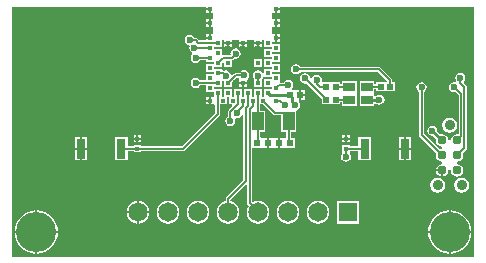
<source format=gtl>
G04*
G04 #@! TF.GenerationSoftware,Altium Limited,Altium Designer,21.6.4 (81)*
G04*
G04 Layer_Physical_Order=1*
G04 Layer_Color=255*
%FSLAX44Y44*%
%MOMM*%
G71*
G04*
G04 #@! TF.SameCoordinates,6379334F-7AA2-413A-8348-2233F6679C20*
G04*
G04*
G04 #@! TF.FilePolarity,Positive*
G04*
G01*
G75*
%ADD10C,0.2540*%
%ADD11C,0.1270*%
%ADD15R,0.6200X0.6200*%
%ADD16R,0.3500X0.3600*%
%ADD17R,0.5200X0.5500*%
%ADD18R,0.8000X1.7000*%
%ADD19R,0.4000X0.4000*%
%ADD20R,1.0000X1.5500*%
%ADD21R,1.0000X0.8000*%
%ADD34C,0.7900*%
%ADD35C,0.1520*%
%ADD36C,0.1524*%
%ADD37C,0.9000*%
%ADD38C,3.4000*%
%ADD39C,1.6500*%
%ADD40R,1.6500X1.6500*%
%ADD41C,0.6000*%
G36*
X395922Y4078D02*
X4078Y4078D01*
X4078Y215922D01*
X168980Y215922D01*
Y214762D01*
X172250D01*
Y214000D01*
X173012D01*
Y210730D01*
X174250D01*
Y205020D01*
X173012D01*
Y201750D01*
Y198480D01*
X174250D01*
Y192770D01*
X173012D01*
Y189500D01*
X172250D01*
Y188738D01*
X168980D01*
Y187320D01*
X163107D01*
X161464Y188964D01*
X160792Y189412D01*
X160000Y189570D01*
X158752D01*
X158078Y190578D01*
X156666Y191522D01*
X155000Y191854D01*
X153334Y191522D01*
X151922Y190578D01*
X150978Y189166D01*
X150646Y187500D01*
X150978Y185834D01*
X151922Y184422D01*
X153334Y183478D01*
X153695Y183406D01*
X154728Y182666D01*
X154601Y182029D01*
X154396Y181000D01*
X154728Y179334D01*
X155672Y177922D01*
X156907Y177096D01*
X157081Y176281D01*
X157079Y175684D01*
X156922Y175578D01*
X155978Y174166D01*
X155646Y172500D01*
X155978Y170834D01*
X156922Y169422D01*
X158334Y168478D01*
X160000Y168146D01*
X161666Y168478D01*
X163078Y169422D01*
X163752Y170430D01*
X168980D01*
Y169230D01*
X175480D01*
Y167270D01*
X168980D01*
Y160730D01*
X175480D01*
Y158770D01*
X168980D01*
Y153320D01*
X163752D01*
X163078Y154328D01*
X161666Y155272D01*
X160000Y155604D01*
X158334Y155272D01*
X156922Y154328D01*
X155978Y152916D01*
X155646Y151250D01*
X155978Y149584D01*
X156922Y148172D01*
X158334Y147228D01*
X160000Y146896D01*
X161666Y147228D01*
X163078Y148172D01*
X163752Y149180D01*
X168980D01*
Y143730D01*
X175480D01*
Y140733D01*
X175480Y139520D01*
X174266Y139520D01*
X173012D01*
Y136250D01*
Y132980D01*
X175520D01*
Y132980D01*
X176680Y132715D01*
Y126107D01*
X148193Y97620D01*
X113520D01*
Y98620D01*
X107480D01*
Y97620D01*
X102270D01*
Y105270D01*
X91730D01*
Y85730D01*
X102270D01*
Y93480D01*
X107480D01*
Y92480D01*
X113520D01*
Y93480D01*
X149050D01*
X149842Y93638D01*
X150513Y94087D01*
X180214Y123786D01*
X180662Y124458D01*
X180820Y125250D01*
Y132980D01*
X186270D01*
Y139480D01*
X188230D01*
Y132980D01*
X190639D01*
X191125Y131807D01*
X187786Y128469D01*
X187338Y127797D01*
X187180Y127005D01*
Y122753D01*
X186171Y122079D01*
X185228Y120666D01*
X184896Y119000D01*
X185228Y117334D01*
X186171Y115921D01*
X187584Y114978D01*
X189250Y114646D01*
X190916Y114978D01*
X192328Y115921D01*
X193272Y117334D01*
X193604Y119000D01*
X193370Y120176D01*
X194172Y121177D01*
X194347Y121276D01*
X195000Y121146D01*
X196666Y121478D01*
X198078Y122422D01*
X199022Y123834D01*
X199160Y124527D01*
X200430Y124402D01*
Y69357D01*
X185837Y54764D01*
X185388Y54092D01*
X185230Y53300D01*
Y51030D01*
X184815Y50975D01*
X182499Y50016D01*
X180510Y48490D01*
X178984Y46501D01*
X178025Y44185D01*
X177698Y41700D01*
X178025Y39215D01*
X178984Y36899D01*
X180510Y34910D01*
X182499Y33384D01*
X184815Y32425D01*
X187300Y32098D01*
X189785Y32425D01*
X192101Y33384D01*
X194090Y34910D01*
X195616Y36899D01*
X196575Y39215D01*
X196902Y41700D01*
X196575Y44185D01*
X195616Y46501D01*
X194090Y48490D01*
X192101Y50016D01*
X189785Y50975D01*
X189370Y51030D01*
Y52443D01*
X202297Y65370D01*
X203470Y64884D01*
Y49432D01*
X203628Y48639D01*
X204076Y47968D01*
X204888Y47157D01*
X204384Y46501D01*
X203425Y44185D01*
X203098Y41700D01*
X203425Y39215D01*
X204384Y36899D01*
X205910Y34910D01*
X207899Y33384D01*
X210215Y32425D01*
X212700Y32098D01*
X215185Y32425D01*
X217501Y33384D01*
X219490Y34910D01*
X221016Y36899D01*
X221975Y39215D01*
X222302Y41700D01*
X221975Y44185D01*
X221016Y46501D01*
X219490Y48490D01*
X217501Y50016D01*
X215185Y50975D01*
X212700Y51302D01*
X210215Y50975D01*
X208880Y50422D01*
X207610Y51271D01*
Y94618D01*
X207630Y95880D01*
X215360D01*
X216370Y95880D01*
X217640Y95880D01*
X220238D01*
Y100250D01*
Y104620D01*
X217640D01*
X216630Y104620D01*
X215718Y104620D01*
X214820Y105518D01*
Y109730D01*
X219020D01*
Y127770D01*
X214820D01*
Y132980D01*
X217340D01*
X226047Y124273D01*
X226047Y124273D01*
X226719Y123824D01*
X227512Y123666D01*
X232480D01*
Y109730D01*
X236678D01*
Y105518D01*
X235780Y104620D01*
X234110Y104620D01*
X231512D01*
Y100250D01*
Y95880D01*
X234110D01*
X235120Y95880D01*
X236390Y95880D01*
X244120D01*
Y104620D01*
X240822D01*
Y109730D01*
X245020D01*
Y127187D01*
X245020Y127770D01*
X245979Y128520D01*
X247328Y129422D01*
X248272Y130834D01*
X248604Y132500D01*
X248272Y134166D01*
X247474Y135360D01*
X247723Y136163D01*
X247738Y136186D01*
Y141000D01*
Y145370D01*
X244130D01*
X244130Y145370D01*
X243870D01*
Y145370D01*
X242037Y145370D01*
X241723Y145837D01*
X241474Y146640D01*
X242272Y147834D01*
X242604Y149500D01*
X242272Y151166D01*
X241329Y152578D01*
X239916Y153522D01*
X238250Y153854D01*
X236584Y153522D01*
X235172Y152578D01*
X234498Y151570D01*
X232017D01*
X231020Y152230D01*
X231020Y152529D01*
Y158770D01*
X224520D01*
Y160730D01*
X231020D01*
Y167270D01*
X224520D01*
Y169230D01*
X231020D01*
Y175770D01*
X224520D01*
Y177730D01*
X231020D01*
Y184270D01*
X224520D01*
Y186230D01*
X226988D01*
Y189500D01*
Y192770D01*
X224480D01*
X224250Y193945D01*
Y197305D01*
X224480Y198480D01*
X225520Y198480D01*
X226988D01*
Y201750D01*
Y205020D01*
X224480Y205020D01*
X224250Y206195D01*
Y209555D01*
X224480Y210730D01*
X226988D01*
Y214000D01*
X227750D01*
Y214762D01*
X231020D01*
Y215922D01*
X395922Y215922D01*
X395922Y4078D01*
D02*
G37*
G36*
X217980Y181980D02*
X224480D01*
Y180020D01*
X217980D01*
Y173480D01*
X224480D01*
Y171520D01*
X217980D01*
Y164980D01*
X224480D01*
Y163020D01*
X217980D01*
Y160022D01*
X216802Y159248D01*
X216710Y159259D01*
X215828Y160578D01*
X214416Y161522D01*
X212750Y161854D01*
X211084Y161522D01*
X209671Y160578D01*
X208728Y159166D01*
X208396Y157500D01*
X208728Y155834D01*
X208915Y155554D01*
X209480Y154520D01*
X209480D01*
X209480Y154520D01*
Y147980D01*
X216020D01*
Y154520D01*
X216020Y154520D01*
X216020D01*
X216583Y155551D01*
X216772Y155834D01*
X216839Y156169D01*
X217980Y156480D01*
X218196Y156480D01*
X224480D01*
Y154520D01*
X217980D01*
Y147980D01*
X224480D01*
Y146020D01*
X217980D01*
Y139520D01*
X216020D01*
Y146020D01*
X209480D01*
Y139520D01*
X207520D01*
Y146020D01*
X200980D01*
Y139520D01*
X199020D01*
Y146020D01*
X192480D01*
Y139520D01*
X190520D01*
Y146020D01*
X183980D01*
Y139520D01*
X182020D01*
Y146020D01*
X175520D01*
Y147980D01*
X182020D01*
Y152555D01*
X183252Y153246D01*
X183980Y152824D01*
Y147980D01*
X190520D01*
Y151488D01*
X190731Y151804D01*
X194607Y155680D01*
X196465D01*
X196730Y154520D01*
X196730Y154520D01*
X196730Y154520D01*
Y152012D01*
X200000D01*
X203270D01*
Y154131D01*
X204079Y154671D01*
X205022Y156084D01*
X205354Y157750D01*
X205022Y159416D01*
X204079Y160828D01*
X202666Y161772D01*
X201000Y162104D01*
X199334Y161772D01*
X197922Y160828D01*
X197248Y159820D01*
X193750D01*
X192958Y159662D01*
X192286Y159213D01*
X191021Y157948D01*
X189643Y158366D01*
X189480Y159186D01*
X188536Y160598D01*
X187124Y161542D01*
X185457Y161874D01*
X184105Y161605D01*
X184020Y161662D01*
X183227Y161820D01*
X182020D01*
Y163020D01*
X175520D01*
Y164980D01*
X182020D01*
Y168314D01*
X182771Y168904D01*
X183980Y168369D01*
Y164980D01*
X190520D01*
Y170430D01*
X190620D01*
X191412Y170588D01*
X192083Y171036D01*
X192986Y171940D01*
X193707Y171796D01*
X195373Y172128D01*
X196785Y173072D01*
X197729Y174484D01*
X198060Y176150D01*
X197729Y177816D01*
X196785Y179228D01*
X195373Y180172D01*
X193707Y180504D01*
X192041Y180172D01*
X190628Y179228D01*
X189685Y177816D01*
X189353Y176150D01*
X189472Y175551D01*
X188667Y174570D01*
X183000D01*
X182020Y175670D01*
Y180020D01*
X175520D01*
Y181980D01*
X182020D01*
Y187250D01*
X183980D01*
Y186012D01*
X187250D01*
X190520D01*
Y187250D01*
X196730D01*
Y186012D01*
X200000D01*
X203270D01*
Y187250D01*
X209480D01*
Y186012D01*
X212750D01*
X216020D01*
Y187250D01*
X217980D01*
Y181980D01*
D02*
G37*
%LPC*%
G36*
X231020Y213238D02*
X228512D01*
Y210730D01*
X231020D01*
Y213238D01*
D02*
G37*
G36*
X171488D02*
X168980D01*
Y210730D01*
X171488D01*
Y213238D01*
D02*
G37*
G36*
X228512Y205020D02*
Y202512D01*
X231020D01*
Y205020D01*
X228512D01*
D02*
G37*
G36*
X171488D02*
X168980D01*
Y202512D01*
X171488D01*
Y205020D01*
D02*
G37*
G36*
X231020Y200988D02*
X228512D01*
Y198480D01*
X231020D01*
Y200988D01*
D02*
G37*
G36*
X171488D02*
X168980D01*
Y198480D01*
X171488D01*
Y200988D01*
D02*
G37*
G36*
X228512Y192770D02*
Y190262D01*
X231020D01*
Y192770D01*
X228512D01*
D02*
G37*
G36*
X171488D02*
X168980D01*
Y190262D01*
X171488D01*
Y192770D01*
D02*
G37*
G36*
X231020Y188738D02*
X228512D01*
Y186230D01*
X231020D01*
Y188738D01*
D02*
G37*
G36*
X245000Y167104D02*
X243334Y166772D01*
X241922Y165828D01*
X240978Y164416D01*
X240646Y162750D01*
X240978Y161084D01*
X241922Y159671D01*
X243334Y158728D01*
X245000Y158396D01*
X246666Y158728D01*
X248078Y159671D01*
X248752Y160680D01*
X314393D01*
X321783Y153290D01*
X321257Y152020D01*
X320630D01*
X319360Y152020D01*
X312630D01*
Y150070D01*
X311270D01*
Y153270D01*
X298730D01*
Y143540D01*
X298730Y142730D01*
X298730Y141460D01*
Y131730D01*
X311270D01*
Y133359D01*
X311980Y133706D01*
X312540Y133842D01*
X313834Y132978D01*
X315500Y132646D01*
X317166Y132978D01*
X318578Y133921D01*
X319522Y135334D01*
X319854Y137000D01*
X319522Y138666D01*
X318578Y140078D01*
X317166Y141022D01*
X315500Y141354D01*
X313834Y141022D01*
X312540Y140158D01*
X311980Y140294D01*
X311270Y140641D01*
X311270Y142270D01*
X311270Y143540D01*
Y145930D01*
X312630D01*
Y143980D01*
X319360D01*
X320370Y143980D01*
X321640Y143980D01*
X328370D01*
Y152020D01*
X326570D01*
Y153500D01*
X326412Y154292D01*
X325964Y154964D01*
X316714Y164214D01*
X316042Y164662D01*
X315250Y164820D01*
X248752D01*
X248078Y165828D01*
X246666Y166772D01*
X245000Y167104D01*
D02*
G37*
G36*
X384019Y159861D02*
X382353Y159530D01*
X380940Y158586D01*
X379996Y157174D01*
X379665Y155508D01*
X379996Y153841D01*
X380754Y152707D01*
X380088Y151588D01*
X378750Y151854D01*
X377084Y151522D01*
X375672Y150578D01*
X374728Y149166D01*
X374396Y147500D01*
X374728Y145834D01*
X375672Y144422D01*
X377084Y143478D01*
X378750Y143146D01*
X380148Y143425D01*
X382680Y140893D01*
Y108689D01*
X381698Y107883D01*
X381250Y107972D01*
X379213Y107567D01*
X377487Y106413D01*
X376333Y104687D01*
X375948Y102750D01*
X373852D01*
X373467Y104687D01*
X372313Y106413D01*
X370587Y107567D01*
X368550Y107972D01*
X366999Y107664D01*
X364489Y110174D01*
X364604Y110750D01*
X364272Y112416D01*
X363329Y113828D01*
X361916Y114772D01*
X360250Y115104D01*
X358584Y114772D01*
X357172Y113828D01*
X356228Y112416D01*
X355896Y110750D01*
X356228Y109084D01*
X357172Y107671D01*
X358584Y106728D01*
X360250Y106396D01*
X360826Y106511D01*
X363470Y103868D01*
X363228Y102650D01*
X363633Y100613D01*
X364787Y98887D01*
X366513Y97733D01*
X368550Y97328D01*
Y95272D01*
X366552Y94875D01*
X353320Y108107D01*
Y143748D01*
X354328Y144422D01*
X355272Y145834D01*
X355604Y147500D01*
X355272Y149166D01*
X354328Y150578D01*
X352916Y151522D01*
X351250Y151854D01*
X349584Y151522D01*
X348172Y150578D01*
X347228Y149166D01*
X346896Y147500D01*
X347228Y145834D01*
X348172Y144422D01*
X349180Y143748D01*
Y107250D01*
X349338Y106458D01*
X349786Y105787D01*
X363625Y91948D01*
X363228Y89950D01*
X363633Y87913D01*
X364787Y86187D01*
X366513Y85033D01*
X368550Y84628D01*
Y82572D01*
X366513Y82167D01*
X364787Y81013D01*
X363633Y79287D01*
X363379Y78012D01*
X368550D01*
Y77250D01*
X369312D01*
Y72079D01*
X370587Y72333D01*
X372313Y73487D01*
X373467Y75213D01*
X373872Y77250D01*
X375928D01*
X376333Y75213D01*
X377487Y73487D01*
X379213Y72333D01*
X381250Y71928D01*
X383287Y72333D01*
X385013Y73487D01*
X386167Y75213D01*
X386572Y77250D01*
X386167Y79287D01*
X385013Y81013D01*
X383287Y82167D01*
X381250Y82572D01*
Y84628D01*
X383287Y85033D01*
X385013Y86187D01*
X386167Y87913D01*
X386572Y89950D01*
X386175Y91948D01*
X389004Y94776D01*
X389452Y95448D01*
X389610Y96240D01*
Y147498D01*
X389452Y148290D01*
X389004Y148961D01*
X386869Y151096D01*
X386993Y152360D01*
X387097Y152429D01*
X388041Y153841D01*
X388372Y155508D01*
X388041Y157174D01*
X387097Y158586D01*
X385685Y159530D01*
X384019Y159861D01*
D02*
G37*
G36*
X252870Y145370D02*
X249262D01*
Y141762D01*
X252870D01*
Y145370D01*
D02*
G37*
G36*
X171488Y139520D02*
X168980D01*
Y137012D01*
X171488D01*
Y139520D01*
D02*
G37*
G36*
X252870Y140238D02*
X249262D01*
Y136630D01*
X252870D01*
Y140238D01*
D02*
G37*
G36*
X171488Y135488D02*
X168980D01*
Y132980D01*
X171488D01*
Y135488D01*
D02*
G37*
G36*
X252500Y159354D02*
X250834Y159022D01*
X249422Y158078D01*
X248478Y156666D01*
X248146Y155000D01*
X248478Y153334D01*
X249422Y151922D01*
X250834Y150978D01*
X252500Y150646D01*
X253690Y150883D01*
X266630Y137943D01*
Y132980D01*
X273360D01*
X274370Y132980D01*
X275640Y132980D01*
X282370D01*
Y134930D01*
X283730D01*
Y131730D01*
X296270D01*
Y141460D01*
X296270Y142270D01*
X296270Y143540D01*
Y153270D01*
X283730D01*
Y150070D01*
X282370D01*
Y152020D01*
X275640D01*
X274630Y152020D01*
X273360Y152020D01*
X267804D01*
X266762Y153290D01*
X266854Y153750D01*
X266522Y155416D01*
X265578Y156828D01*
X264166Y157772D01*
X262500Y158104D01*
X260834Y157772D01*
X259422Y156828D01*
X258478Y155416D01*
X258414Y155094D01*
X257009Y154542D01*
X256905Y154617D01*
X256813Y154797D01*
X256854Y155000D01*
X256522Y156666D01*
X255578Y158078D01*
X254166Y159022D01*
X252500Y159354D01*
D02*
G37*
G36*
X374900Y121717D02*
X372463Y121233D01*
X370398Y119852D01*
X369017Y117787D01*
X368533Y115350D01*
X369017Y112913D01*
X370398Y110848D01*
X372463Y109467D01*
X374900Y108983D01*
X377337Y109467D01*
X379402Y110848D01*
X380783Y112913D01*
X381267Y115350D01*
X380783Y117787D01*
X379402Y119852D01*
X377337Y121233D01*
X374900Y121717D01*
D02*
G37*
G36*
X113520Y107020D02*
X111262D01*
Y104712D01*
X113520D01*
Y107020D01*
D02*
G37*
G36*
X109738D02*
X107480D01*
Y104712D01*
X109738D01*
Y107020D01*
D02*
G37*
G36*
X290270Y106970D02*
X288012D01*
Y104662D01*
X290270D01*
Y106970D01*
D02*
G37*
G36*
X286488D02*
X284230D01*
Y104662D01*
X286488D01*
Y106970D01*
D02*
G37*
G36*
X226380Y104620D02*
X225370D01*
X225110Y104620D01*
X221762D01*
Y100250D01*
Y95880D01*
X225110D01*
X225370Y95880D01*
X226380D01*
X226640Y95880D01*
X229988D01*
Y100250D01*
Y104620D01*
X226640D01*
X226380Y104620D01*
D02*
G37*
G36*
X113520Y103188D02*
X111262D01*
Y100880D01*
X113520D01*
Y103188D01*
D02*
G37*
G36*
X109738D02*
X107480D01*
Y100880D01*
X109738D01*
Y103188D01*
D02*
G37*
G36*
X290270Y103138D02*
X288012D01*
Y100830D01*
X290270D01*
Y103138D01*
D02*
G37*
G36*
X286488D02*
X284230D01*
Y100830D01*
X286488D01*
Y103138D01*
D02*
G37*
G36*
X308270Y105270D02*
X297730D01*
Y97570D01*
X290270D01*
Y98570D01*
X284230D01*
Y92430D01*
X284230Y92430D01*
X283834Y91324D01*
X283228Y90416D01*
X282896Y88750D01*
X283228Y87084D01*
X284172Y85672D01*
X285584Y84728D01*
X287250Y84396D01*
X288916Y84728D01*
X290329Y85672D01*
X291272Y87084D01*
X291604Y88750D01*
X291272Y90416D01*
X290666Y91324D01*
X290366Y92160D01*
X290947Y93430D01*
X297730D01*
Y85730D01*
X308270D01*
Y105270D01*
D02*
G37*
G36*
X342270D02*
X337762D01*
Y96262D01*
X342270D01*
Y105270D01*
D02*
G37*
G36*
X336238D02*
X331730D01*
Y96262D01*
X336238D01*
Y105270D01*
D02*
G37*
G36*
X68270D02*
X63762D01*
Y96262D01*
X68270D01*
Y105270D01*
D02*
G37*
G36*
X62238D02*
X57730D01*
Y96262D01*
X62238D01*
Y105270D01*
D02*
G37*
G36*
X342270Y94738D02*
X337762D01*
Y85730D01*
X342270D01*
Y94738D01*
D02*
G37*
G36*
X336238D02*
X331730D01*
Y85730D01*
X336238D01*
Y94738D01*
D02*
G37*
G36*
X68270Y94738D02*
X63762D01*
Y85730D01*
X68270D01*
Y94738D01*
D02*
G37*
G36*
X62238D02*
X57730D01*
Y85730D01*
X62238D01*
Y94738D01*
D02*
G37*
G36*
X367788Y76488D02*
X363379D01*
X363633Y75213D01*
X364787Y73487D01*
X366513Y72333D01*
X367788Y72079D01*
Y76488D01*
D02*
G37*
G36*
X385060Y70917D02*
X382623Y70433D01*
X380558Y69052D01*
X379177Y66987D01*
X378693Y64550D01*
X379177Y62113D01*
X380558Y60048D01*
X382623Y58667D01*
X385060Y58183D01*
X387497Y58667D01*
X389562Y60048D01*
X390943Y62113D01*
X391427Y64550D01*
X390943Y66987D01*
X389562Y69052D01*
X387497Y70433D01*
X385060Y70917D01*
D02*
G37*
G36*
X364740D02*
X362303Y70433D01*
X360238Y69052D01*
X358857Y66987D01*
X358373Y64550D01*
X358857Y62113D01*
X360238Y60048D01*
X362303Y58667D01*
X364740Y58183D01*
X367177Y58667D01*
X369242Y60048D01*
X370623Y62113D01*
X371107Y64550D01*
X370623Y66987D01*
X369242Y69052D01*
X367177Y70433D01*
X364740Y70917D01*
D02*
G37*
G36*
X111862Y51202D02*
Y42462D01*
X120602D01*
X120375Y44185D01*
X119416Y46501D01*
X117890Y48490D01*
X115901Y50016D01*
X113585Y50975D01*
X111862Y51202D01*
D02*
G37*
G36*
X110338D02*
X108615Y50975D01*
X106299Y50016D01*
X104310Y48490D01*
X102784Y46501D01*
X101825Y44185D01*
X101598Y42462D01*
X110338D01*
Y51202D01*
D02*
G37*
G36*
X120602Y40938D02*
X111862D01*
Y32198D01*
X113585Y32425D01*
X115901Y33384D01*
X117890Y34910D01*
X119416Y36899D01*
X120375Y39215D01*
X120602Y40938D01*
D02*
G37*
G36*
X110338D02*
X101598D01*
X101825Y39215D01*
X102784Y36899D01*
X104310Y34910D01*
X106299Y33384D01*
X108615Y32425D01*
X110338Y32198D01*
Y40938D01*
D02*
G37*
G36*
X298420Y51220D02*
X279380D01*
Y32180D01*
X298420D01*
Y51220D01*
D02*
G37*
G36*
X263500Y51302D02*
X261015Y50975D01*
X258699Y50016D01*
X256710Y48490D01*
X255184Y46501D01*
X254225Y44185D01*
X253898Y41700D01*
X254225Y39215D01*
X255184Y36899D01*
X256710Y34910D01*
X258699Y33384D01*
X261015Y32425D01*
X263500Y32098D01*
X265985Y32425D01*
X268301Y33384D01*
X270290Y34910D01*
X271816Y36899D01*
X272775Y39215D01*
X273102Y41700D01*
X272775Y44185D01*
X271816Y46501D01*
X270290Y48490D01*
X268301Y50016D01*
X265985Y50975D01*
X263500Y51302D01*
D02*
G37*
G36*
X238100D02*
X235615Y50975D01*
X233299Y50016D01*
X231310Y48490D01*
X229784Y46501D01*
X228825Y44185D01*
X228498Y41700D01*
X228825Y39215D01*
X229784Y36899D01*
X231310Y34910D01*
X233299Y33384D01*
X235615Y32425D01*
X238100Y32098D01*
X240585Y32425D01*
X242901Y33384D01*
X244890Y34910D01*
X246416Y36899D01*
X247375Y39215D01*
X247702Y41700D01*
X247375Y44185D01*
X246416Y46501D01*
X244890Y48490D01*
X242901Y50016D01*
X240585Y50975D01*
X238100Y51302D01*
D02*
G37*
G36*
X161900D02*
X159415Y50975D01*
X157099Y50016D01*
X155110Y48490D01*
X153584Y46501D01*
X152625Y44185D01*
X152298Y41700D01*
X152625Y39215D01*
X153584Y36899D01*
X155110Y34910D01*
X157099Y33384D01*
X159415Y32425D01*
X161900Y32098D01*
X164385Y32425D01*
X166701Y33384D01*
X168690Y34910D01*
X170216Y36899D01*
X171175Y39215D01*
X171502Y41700D01*
X171175Y44185D01*
X170216Y46501D01*
X168690Y48490D01*
X166701Y50016D01*
X164385Y50975D01*
X161900Y51302D01*
D02*
G37*
G36*
X136500D02*
X134015Y50975D01*
X131699Y50016D01*
X129710Y48490D01*
X128184Y46501D01*
X127225Y44185D01*
X126898Y41700D01*
X127225Y39215D01*
X128184Y36899D01*
X129710Y34910D01*
X131699Y33384D01*
X134015Y32425D01*
X136500Y32098D01*
X138985Y32425D01*
X141301Y33384D01*
X143290Y34910D01*
X144816Y36899D01*
X145775Y39215D01*
X146102Y41700D01*
X145775Y44185D01*
X144816Y46501D01*
X143290Y48490D01*
X141301Y50016D01*
X138985Y50975D01*
X136500Y51302D01*
D02*
G37*
G36*
X375762Y43283D02*
Y25762D01*
X393283D01*
X393006Y28582D01*
X391961Y32025D01*
X390264Y35199D01*
X387981Y37981D01*
X385199Y40264D01*
X382025Y41961D01*
X378582Y43006D01*
X375762Y43283D01*
D02*
G37*
G36*
X374238D02*
X371418Y43006D01*
X367975Y41961D01*
X364801Y40264D01*
X362019Y37981D01*
X359736Y35199D01*
X358039Y32025D01*
X356994Y28582D01*
X356717Y25762D01*
X374238D01*
Y43283D01*
D02*
G37*
G36*
X25762D02*
Y25762D01*
X43283D01*
X43006Y28582D01*
X41961Y32025D01*
X40264Y35199D01*
X37981Y37981D01*
X35199Y40264D01*
X32025Y41961D01*
X28582Y43006D01*
X25762Y43283D01*
D02*
G37*
G36*
X24238D02*
X21418Y43006D01*
X17975Y41961D01*
X14801Y40264D01*
X12019Y37981D01*
X9736Y35199D01*
X8039Y32025D01*
X6994Y28582D01*
X6717Y25762D01*
X24238D01*
Y43283D01*
D02*
G37*
G36*
X393283Y24238D02*
X375762D01*
Y6717D01*
X378582Y6994D01*
X382025Y8039D01*
X385199Y9736D01*
X387981Y12019D01*
X390264Y14801D01*
X391961Y17975D01*
X393006Y21418D01*
X393283Y24238D01*
D02*
G37*
G36*
X374238D02*
X356717D01*
X356994Y21418D01*
X358039Y17975D01*
X359736Y14801D01*
X362019Y12019D01*
X364801Y9736D01*
X367975Y8039D01*
X371418Y6994D01*
X374238Y6717D01*
Y24238D01*
D02*
G37*
G36*
X43283D02*
X25762D01*
Y6717D01*
X28582Y6994D01*
X32025Y8039D01*
X35199Y9736D01*
X37981Y12019D01*
X40264Y14801D01*
X41961Y17975D01*
X43006Y21418D01*
X43283Y24238D01*
D02*
G37*
G36*
X24238D02*
X6717D01*
X6994Y21418D01*
X8039Y17975D01*
X9736Y14801D01*
X12019Y12019D01*
X14801Y9736D01*
X17975Y8039D01*
X21418Y6994D01*
X24238Y6717D01*
Y24238D01*
D02*
G37*
G36*
X216020Y184488D02*
X213512D01*
Y181980D01*
X216020D01*
Y184488D01*
D02*
G37*
G36*
X211988D02*
X209480D01*
Y181980D01*
X211988D01*
Y184488D01*
D02*
G37*
G36*
X203270Y184488D02*
X200762D01*
Y181980D01*
X203270D01*
Y184488D01*
D02*
G37*
G36*
X199238D02*
X196730D01*
Y181980D01*
X199238D01*
Y184488D01*
D02*
G37*
G36*
X190520D02*
X188012D01*
Y181980D01*
X190520D01*
Y184488D01*
D02*
G37*
G36*
X186488D02*
X183980D01*
Y181980D01*
X186488D01*
Y184488D01*
D02*
G37*
G36*
X216020Y171520D02*
X209480D01*
Y164980D01*
X216020D01*
Y171520D01*
D02*
G37*
G36*
X203270Y150488D02*
X200762D01*
Y147980D01*
X203270D01*
Y150488D01*
D02*
G37*
G36*
X199238D02*
X196730D01*
Y147980D01*
X199238D01*
Y150488D01*
D02*
G37*
%LPD*%
D10*
X241330Y135606D02*
X244250Y132686D01*
Y132500D02*
Y132686D01*
X241330Y135606D02*
Y139170D01*
X239500Y141000D02*
X241330Y139170D01*
X221250Y142750D02*
X223000Y141000D01*
X239500D01*
X305000Y137000D02*
X315500D01*
X368350Y102650D02*
X368550D01*
X360250Y110750D02*
X368350Y102650D01*
D11*
X231500Y136250D02*
X235250Y132500D01*
X227750Y136250D02*
X227750Y136250D01*
X227750Y136250D02*
X227750Y136250D01*
X227750Y136250D02*
Y136250D01*
X227750Y136250D02*
X231500D01*
X227750Y214000D02*
X232000D01*
X232000Y214000D01*
D15*
X248500Y141000D02*
D03*
X239500D02*
D03*
X221000Y100250D02*
D03*
X212000D02*
D03*
X230750D02*
D03*
X239750D02*
D03*
D16*
X287250Y95500D02*
D03*
Y103900D02*
D03*
X110500Y103950D02*
D03*
Y95550D02*
D03*
D17*
X270500Y148000D02*
D03*
X278500D02*
D03*
Y137000D02*
D03*
X270500D02*
D03*
X316500Y148000D02*
D03*
X324500D02*
D03*
D18*
X337000Y95500D02*
D03*
X303000D02*
D03*
X97000D02*
D03*
X63000D02*
D03*
D19*
X212750Y151250D02*
D03*
X187250D02*
D03*
Y185250D02*
D03*
X227750Y201750D02*
D03*
X221250Y185250D02*
D03*
Y176750D02*
D03*
Y168250D02*
D03*
X212750D02*
D03*
X200000Y151250D02*
D03*
X187250Y168250D02*
D03*
X227750Y214000D02*
D03*
Y189500D02*
D03*
Y181000D02*
D03*
Y172500D02*
D03*
Y164000D02*
D03*
X221250Y151250D02*
D03*
X227750Y136250D02*
D03*
X217000D02*
D03*
X208500D02*
D03*
X200000D02*
D03*
X191500D02*
D03*
X221250Y159750D02*
D03*
X227750Y155500D02*
D03*
Y147000D02*
D03*
X221250Y142750D02*
D03*
X212750D02*
D03*
X204250D02*
D03*
X195750D02*
D03*
X187250D02*
D03*
X183000Y136250D02*
D03*
X172250Y214000D02*
D03*
Y201750D02*
D03*
Y189500D02*
D03*
Y181000D02*
D03*
Y172500D02*
D03*
Y164000D02*
D03*
Y155500D02*
D03*
Y147000D02*
D03*
Y136250D02*
D03*
X178750Y185250D02*
D03*
Y176750D02*
D03*
Y168250D02*
D03*
Y159750D02*
D03*
Y151250D02*
D03*
Y142750D02*
D03*
X212750Y185250D02*
D03*
X200000D02*
D03*
D20*
X238750Y118750D02*
D03*
X212750D02*
D03*
D21*
X305000Y137000D02*
D03*
X290000D02*
D03*
Y148000D02*
D03*
X305000D02*
D03*
D34*
X381250Y77250D02*
D03*
X368550D02*
D03*
X381250Y89950D02*
D03*
X368550D02*
D03*
X381250Y102650D02*
D03*
X368550D02*
D03*
D35*
X305000Y148000D02*
X316500D01*
X316500Y148000D01*
X278500Y137000D02*
X290000D01*
X278500Y148000D02*
X290000D01*
X290000Y148000D01*
X265000Y148000D02*
X270500D01*
X262500Y153750D02*
X263088Y153161D01*
Y149911D02*
Y153161D01*
Y149911D02*
X265000Y148000D01*
X270500Y137000D02*
Y137150D01*
X268660Y138990D02*
X270500Y137150D01*
X268510Y138990D02*
X268660D01*
X252500Y155000D02*
X268510Y138990D01*
X252500Y155000D02*
X252500D01*
X315250Y162750D02*
X324500Y153500D01*
X245000Y162750D02*
X315250D01*
X324500Y148000D02*
Y153500D01*
X387540Y96240D02*
Y147498D01*
X384019Y151019D02*
X387540Y147498D01*
X384019Y151019D02*
Y155508D01*
X381250Y89950D02*
X387540Y96240D01*
X378750Y147500D02*
X379000D01*
X384750Y106701D02*
Y141750D01*
X379000Y147500D02*
X384750Y141750D01*
X381250Y103201D02*
X384750Y106701D01*
X381250Y102650D02*
Y103201D01*
X193707Y175587D02*
Y176150D01*
X287250Y88750D02*
Y95500D01*
X227750Y147000D02*
X230250Y149500D01*
X238250D01*
X193750Y157750D02*
X201000D01*
X183227Y159750D02*
X185457Y157520D01*
X160000Y151250D02*
X178750D01*
X188902Y152902D02*
X193750Y157750D01*
X178750Y159750D02*
X183227D01*
X190620Y172500D02*
X193707Y175587D01*
X183000Y172500D02*
X190620D01*
X178750Y168250D02*
X183000Y172500D01*
X158750Y181000D02*
X172250D01*
X160000Y172500D02*
X172250D01*
X187250Y151250D02*
X188720Y152720D01*
X188902D02*
Y152902D01*
X188720Y152720D02*
X188902D01*
X212750Y101000D02*
Y118750D01*
X212000Y100250D02*
X212750Y101000D01*
X212750Y118750D02*
Y142750D01*
X212750Y118750D02*
X212750Y118750D01*
X351250Y107250D02*
X368550Y89950D01*
X351250Y107250D02*
Y147500D01*
X160000Y172500D02*
X160000Y172500D01*
X155000Y187500D02*
X160000D01*
X162250Y185250D02*
X178750D01*
X160000Y187500D02*
X162250Y185250D01*
X287250Y95500D02*
X303000D01*
X195750Y133505D02*
Y142750D01*
X189250Y127005D02*
X195750Y133505D01*
X189250Y119000D02*
Y127005D01*
X200000Y131970D02*
Y136250D01*
X195000Y126970D02*
X200000Y131970D01*
X195000Y125500D02*
Y126970D01*
X202500Y68500D02*
Y130175D01*
X187300Y53300D02*
X202500Y68500D01*
Y130175D02*
X204250Y131925D01*
X110500Y95550D02*
X149050D01*
X178750Y125250D02*
Y142750D01*
X149050Y95550D02*
X178750Y125250D01*
X204250Y131925D02*
Y142750D01*
X97000Y95500D02*
X97050Y95550D01*
X110500D01*
X212700Y41700D02*
Y42271D01*
X205540Y49432D02*
X212700Y42271D01*
X187300Y41700D02*
Y53300D01*
X205540Y49432D02*
Y128915D01*
X208500Y131875D01*
Y136250D01*
D36*
X212750Y151250D02*
Y157500D01*
X212750Y157500D02*
X212750Y157500D01*
X238750Y101250D02*
Y118750D01*
Y101250D02*
X239750Y100250D01*
X217000Y136250D02*
X227512Y125738D01*
X234512D01*
X238750Y121500D01*
Y118750D02*
Y121500D01*
D37*
X364740Y64550D02*
D03*
X385060D02*
D03*
X374900Y115350D02*
D03*
D38*
X375000Y25000D02*
D03*
X25000D02*
D03*
D39*
X111100Y41700D02*
D03*
X136500D02*
D03*
X238100D02*
D03*
X263500D02*
D03*
X212700D02*
D03*
X187300D02*
D03*
X161900D02*
D03*
D40*
X288900D02*
D03*
D41*
X380000Y212500D02*
D03*
Y197500D02*
D03*
Y182500D02*
D03*
Y167500D02*
D03*
Y47500D02*
D03*
X365000Y212500D02*
D03*
Y197500D02*
D03*
Y182500D02*
D03*
Y152500D02*
D03*
Y137500D02*
D03*
Y122500D02*
D03*
Y47500D02*
D03*
X350000Y212500D02*
D03*
Y197500D02*
D03*
Y182500D02*
D03*
Y92500D02*
D03*
Y77500D02*
D03*
Y62500D02*
D03*
Y47500D02*
D03*
Y32500D02*
D03*
X335000Y212500D02*
D03*
Y197500D02*
D03*
Y182500D02*
D03*
Y152500D02*
D03*
Y137500D02*
D03*
Y122500D02*
D03*
Y77500D02*
D03*
Y62500D02*
D03*
Y47500D02*
D03*
Y32500D02*
D03*
X320000Y212500D02*
D03*
Y197500D02*
D03*
Y182500D02*
D03*
Y122500D02*
D03*
Y107500D02*
D03*
Y92500D02*
D03*
Y77500D02*
D03*
Y62500D02*
D03*
Y47500D02*
D03*
Y32500D02*
D03*
X305000Y212500D02*
D03*
Y197500D02*
D03*
Y182500D02*
D03*
Y122500D02*
D03*
Y77500D02*
D03*
Y62500D02*
D03*
Y47500D02*
D03*
Y32500D02*
D03*
X290000Y212500D02*
D03*
Y197500D02*
D03*
Y182500D02*
D03*
Y122500D02*
D03*
Y77500D02*
D03*
Y62500D02*
D03*
X275000Y212500D02*
D03*
Y197500D02*
D03*
Y182500D02*
D03*
Y107500D02*
D03*
Y92500D02*
D03*
Y77500D02*
D03*
Y62500D02*
D03*
Y47500D02*
D03*
Y32500D02*
D03*
X260000Y212500D02*
D03*
Y197500D02*
D03*
Y182500D02*
D03*
Y122500D02*
D03*
Y107500D02*
D03*
Y92500D02*
D03*
Y77500D02*
D03*
Y62500D02*
D03*
X245000Y212500D02*
D03*
Y197500D02*
D03*
Y182500D02*
D03*
Y92500D02*
D03*
Y77500D02*
D03*
X230000Y92500D02*
D03*
Y62500D02*
D03*
X215000Y77500D02*
D03*
Y62500D02*
D03*
X200000Y47500D02*
D03*
Y32500D02*
D03*
X185000Y107500D02*
D03*
Y92500D02*
D03*
Y77500D02*
D03*
Y62500D02*
D03*
X170000Y107500D02*
D03*
Y92500D02*
D03*
Y62500D02*
D03*
X155000Y212500D02*
D03*
Y197500D02*
D03*
Y137500D02*
D03*
Y122500D02*
D03*
Y92500D02*
D03*
Y77500D02*
D03*
X140000Y212500D02*
D03*
Y197500D02*
D03*
Y182500D02*
D03*
Y167500D02*
D03*
Y152500D02*
D03*
Y137500D02*
D03*
Y122500D02*
D03*
Y107500D02*
D03*
Y77500D02*
D03*
Y62500D02*
D03*
X125000Y212500D02*
D03*
Y197500D02*
D03*
Y182500D02*
D03*
Y167500D02*
D03*
Y152500D02*
D03*
Y137500D02*
D03*
Y122500D02*
D03*
Y107500D02*
D03*
Y77500D02*
D03*
Y62500D02*
D03*
Y47500D02*
D03*
Y32500D02*
D03*
X110000Y212500D02*
D03*
Y197500D02*
D03*
Y182500D02*
D03*
Y167500D02*
D03*
Y152500D02*
D03*
Y137500D02*
D03*
Y122500D02*
D03*
Y77500D02*
D03*
Y62500D02*
D03*
X95000Y212500D02*
D03*
Y197500D02*
D03*
Y182500D02*
D03*
Y167500D02*
D03*
Y152500D02*
D03*
Y137500D02*
D03*
Y122500D02*
D03*
Y77500D02*
D03*
Y62500D02*
D03*
Y47500D02*
D03*
Y32500D02*
D03*
X80000Y212500D02*
D03*
Y197500D02*
D03*
Y182500D02*
D03*
Y167500D02*
D03*
Y152500D02*
D03*
Y137500D02*
D03*
Y122500D02*
D03*
Y107500D02*
D03*
Y92500D02*
D03*
Y77500D02*
D03*
Y62500D02*
D03*
Y47500D02*
D03*
Y32500D02*
D03*
X65000Y212500D02*
D03*
Y197500D02*
D03*
Y182500D02*
D03*
Y167500D02*
D03*
Y152500D02*
D03*
Y137500D02*
D03*
Y122500D02*
D03*
Y77500D02*
D03*
Y62500D02*
D03*
Y47500D02*
D03*
Y32500D02*
D03*
X50000Y212500D02*
D03*
Y197500D02*
D03*
Y182500D02*
D03*
Y167500D02*
D03*
Y152500D02*
D03*
Y137500D02*
D03*
Y122500D02*
D03*
Y107500D02*
D03*
Y92500D02*
D03*
Y77500D02*
D03*
Y62500D02*
D03*
Y47500D02*
D03*
Y32500D02*
D03*
X35000Y212500D02*
D03*
Y197500D02*
D03*
Y182500D02*
D03*
Y167500D02*
D03*
Y152500D02*
D03*
Y137500D02*
D03*
Y122500D02*
D03*
Y107500D02*
D03*
Y92500D02*
D03*
Y77500D02*
D03*
Y62500D02*
D03*
Y47500D02*
D03*
X20000Y212500D02*
D03*
Y197500D02*
D03*
Y182500D02*
D03*
Y167500D02*
D03*
Y152500D02*
D03*
Y137500D02*
D03*
Y122500D02*
D03*
Y107500D02*
D03*
Y92500D02*
D03*
Y77500D02*
D03*
Y62500D02*
D03*
Y47500D02*
D03*
X244250Y132500D02*
D03*
X235250D02*
D03*
X262500Y153750D02*
D03*
X252500Y155000D02*
D03*
X245000Y162750D02*
D03*
X235000Y212500D02*
D03*
X7500Y62500D02*
D03*
Y212500D02*
D03*
Y197500D02*
D03*
Y182500D02*
D03*
Y167500D02*
D03*
Y92500D02*
D03*
Y47500D02*
D03*
Y77500D02*
D03*
Y152500D02*
D03*
X7570Y122500D02*
D03*
Y137500D02*
D03*
Y107500D02*
D03*
X305250Y17500D02*
D03*
X290000D02*
D03*
X275000D02*
D03*
X260000D02*
D03*
X245000D02*
D03*
X230000D02*
D03*
X170000D02*
D03*
X155000D02*
D03*
X140000D02*
D03*
X125000D02*
D03*
X110000D02*
D03*
X95000D02*
D03*
X392570Y107500D02*
D03*
Y137500D02*
D03*
Y122500D02*
D03*
X384019Y155508D02*
D03*
X392500Y152500D02*
D03*
X378750Y147500D02*
D03*
X392500Y77500D02*
D03*
X193707Y176150D02*
D03*
X287250Y88750D02*
D03*
X238250Y149500D02*
D03*
X212750Y179860D02*
D03*
X201000Y157750D02*
D03*
X185457Y157520D02*
D03*
X199991Y179856D02*
D03*
X187250Y179750D02*
D03*
X212750Y157500D02*
D03*
X193932Y150818D02*
D03*
X160000Y151250D02*
D03*
X171676Y129750D02*
D03*
X206342Y151158D02*
D03*
X351250Y147500D02*
D03*
X160000Y172500D02*
D03*
X158750Y181000D02*
D03*
X166000Y190500D02*
D03*
X155000Y187500D02*
D03*
X195000Y125500D02*
D03*
X225000Y112500D02*
D03*
X189250Y119000D02*
D03*
X165750Y136250D02*
D03*
X171750Y195750D02*
D03*
Y207750D02*
D03*
X227750Y195750D02*
D03*
Y207750D02*
D03*
X235000Y189500D02*
D03*
X315500Y137000D02*
D03*
X360250Y110750D02*
D03*
X80000Y17500D02*
D03*
X65000D02*
D03*
X50000D02*
D03*
Y7500D02*
D03*
X65000D02*
D03*
X80000D02*
D03*
X95000D02*
D03*
X110000D02*
D03*
X125000D02*
D03*
X140000D02*
D03*
X155000D02*
D03*
X170000D02*
D03*
X230000D02*
D03*
X245000D02*
D03*
X260000D02*
D03*
X275000D02*
D03*
X290000D02*
D03*
X305000D02*
D03*
X320000D02*
D03*
Y17500D02*
D03*
X335000D02*
D03*
Y7500D02*
D03*
X350000D02*
D03*
Y17500D02*
D03*
X392500Y47500D02*
D03*
Y92500D02*
D03*
Y167500D02*
D03*
Y182500D02*
D03*
Y197500D02*
D03*
Y212500D02*
D03*
X166000Y201500D02*
D03*
Y212500D02*
D03*
X235000Y201750D02*
D03*
X375000Y58250D02*
D03*
M02*

</source>
